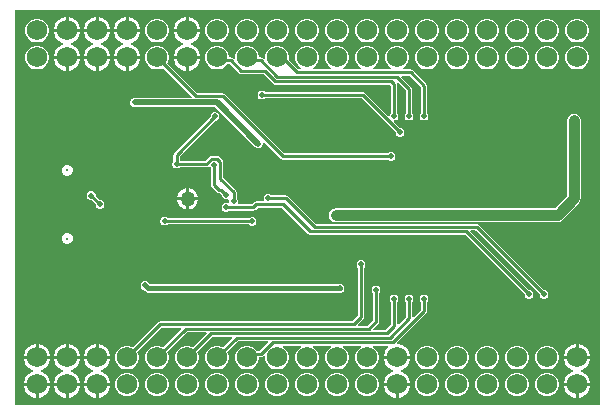
<source format=gbl>
%FSTAX23Y23*%
%MOIN*%
%SFA1B1*%

%IPPOS*%
%ADD13C,0.010000*%
%ADD59C,0.035000*%
%ADD61C,0.017500*%
%ADD63C,0.020000*%
%ADD65C,0.012800*%
%ADD66C,0.068900*%
%ADD67C,0.019680*%
%ADD68C,0.050000*%
%LNesp32-hwe-1*%
%LPD*%
G36*
X01975Y01259D02*
D01*
Y-00059*
X00025*
Y01259*
X01975*
G37*
%LNesp32-hwe-2*%
%LPC*%
G36*
X00605Y01234D02*
X00605D01*
Y01195*
X00644*
Y01195*
X00641Y01207*
X00635Y01217*
X00627Y01225*
X00617Y01231*
X00605Y01234*
G37*
G36*
X00405D02*
X00405D01*
Y01195*
X00444*
Y01195*
X00441Y01207*
X00435Y01217*
X00427Y01225*
X00417Y01231*
X00405Y01234*
G37*
G36*
X00305D02*
X00305D01*
Y01195*
X00344*
Y01195*
X00341Y01207*
X00335Y01217*
X00327Y01225*
X00317Y01231*
X00305Y01234*
G37*
G36*
X00205D02*
X00205D01*
Y01195*
X00244*
Y01195*
X00241Y01207*
X00235Y01217*
X00227Y01225*
X00217Y01231*
X00205Y01234*
G37*
G36*
X00595D02*
X00594D01*
X00582Y01231*
X00572Y01225*
X00564Y01217*
X00558Y01207*
X00555Y01195*
Y01195*
X00595*
Y01234*
G37*
G36*
X00395D02*
X00394D01*
X00382Y01231*
X00372Y01225*
X00364Y01217*
X00358Y01207*
X00355Y01195*
Y01195*
X00395*
Y01234*
G37*
G36*
X00295D02*
X00294D01*
X00282Y01231*
X00272Y01225*
X00264Y01217*
X00258Y01207*
X00255Y01195*
Y01195*
X00295*
Y01234*
G37*
G36*
X00195D02*
X00194D01*
X00182Y01231*
X00172Y01225*
X00164Y01217*
X00158Y01207*
X00155Y01195*
Y01195*
X00195*
Y01234*
G37*
G36*
X01905Y01229D02*
X01894D01*
X01884Y01226*
X01875Y01221*
X01868Y01214*
X01863Y01205*
X0186Y01195*
Y01184*
X01863Y01174*
X01868Y01165*
X01875Y01158*
X01884Y01153*
X01894Y0115*
X01905*
X01915Y01153*
X01924Y01158*
X01931Y01165*
X01936Y01174*
X01939Y01184*
Y01195*
X01936Y01205*
X01931Y01214*
X01924Y01221*
X01915Y01226*
X01905Y01229*
G37*
G36*
X01805D02*
X01794D01*
X01784Y01226*
X01775Y01221*
X01768Y01214*
X01763Y01205*
X0176Y01195*
Y01184*
X01763Y01174*
X01768Y01165*
X01775Y01158*
X01784Y01153*
X01794Y0115*
X01805*
X01815Y01153*
X01824Y01158*
X01831Y01165*
X01836Y01174*
X01839Y01184*
Y01195*
X01836Y01205*
X01831Y01214*
X01824Y01221*
X01815Y01226*
X01805Y01229*
G37*
G36*
X01705D02*
X01694D01*
X01684Y01226*
X01675Y01221*
X01668Y01214*
X01663Y01205*
X0166Y01195*
Y01184*
X01663Y01174*
X01668Y01165*
X01675Y01158*
X01684Y01153*
X01694Y0115*
X01705*
X01715Y01153*
X01724Y01158*
X01731Y01165*
X01736Y01174*
X01739Y01184*
Y01195*
X01736Y01205*
X01731Y01214*
X01724Y01221*
X01715Y01226*
X01705Y01229*
G37*
G36*
X01605D02*
X01594D01*
X01584Y01226*
X01575Y01221*
X01568Y01214*
X01563Y01205*
X0156Y01195*
Y01184*
X01563Y01174*
X01568Y01165*
X01575Y01158*
X01584Y01153*
X01594Y0115*
X01605*
X01615Y01153*
X01624Y01158*
X01631Y01165*
X01636Y01174*
X01639Y01184*
Y01195*
X01636Y01205*
X01631Y01214*
X01624Y01221*
X01615Y01226*
X01605Y01229*
G37*
G36*
X01505D02*
X01494D01*
X01484Y01226*
X01475Y01221*
X01468Y01214*
X01463Y01205*
X0146Y01195*
Y01184*
X01463Y01174*
X01468Y01165*
X01475Y01158*
X01484Y01153*
X01494Y0115*
X01505*
X01515Y01153*
X01524Y01158*
X01531Y01165*
X01536Y01174*
X01539Y01184*
Y01195*
X01536Y01205*
X01531Y01214*
X01524Y01221*
X01515Y01226*
X01505Y01229*
G37*
G36*
X01405D02*
X01394D01*
X01384Y01226*
X01375Y01221*
X01368Y01214*
X01363Y01205*
X0136Y01195*
Y01184*
X01363Y01174*
X01368Y01165*
X01375Y01158*
X01384Y01153*
X01394Y0115*
X01405*
X01415Y01153*
X01424Y01158*
X01431Y01165*
X01436Y01174*
X01439Y01184*
Y01195*
X01436Y01205*
X01431Y01214*
X01424Y01221*
X01415Y01226*
X01405Y01229*
G37*
G36*
X01305D02*
X01294D01*
X01284Y01226*
X01275Y01221*
X01268Y01214*
X01263Y01205*
X0126Y01195*
Y01184*
X01263Y01174*
X01268Y01165*
X01275Y01158*
X01284Y01153*
X01294Y0115*
X01305*
X01315Y01153*
X01324Y01158*
X01331Y01165*
X01336Y01174*
X01339Y01184*
Y01195*
X01336Y01205*
X01331Y01214*
X01324Y01221*
X01315Y01226*
X01305Y01229*
G37*
G36*
X01205D02*
X01194D01*
X01184Y01226*
X01175Y01221*
X01168Y01214*
X01163Y01205*
X0116Y01195*
Y01184*
X01163Y01174*
X01168Y01165*
X01175Y01158*
X01184Y01153*
X01194Y0115*
X01205*
X01215Y01153*
X01224Y01158*
X01231Y01165*
X01236Y01174*
X01239Y01184*
Y01195*
X01236Y01205*
X01231Y01214*
X01224Y01221*
X01215Y01226*
X01205Y01229*
G37*
G36*
X01105D02*
X01094D01*
X01084Y01226*
X01075Y01221*
X01068Y01214*
X01063Y01205*
X0106Y01195*
Y01184*
X01063Y01174*
X01068Y01165*
X01075Y01158*
X01084Y01153*
X01094Y0115*
X01105*
X01115Y01153*
X01124Y01158*
X01131Y01165*
X01136Y01174*
X01139Y01184*
Y01195*
X01136Y01205*
X01131Y01214*
X01124Y01221*
X01115Y01226*
X01105Y01229*
G37*
G36*
X01005D02*
X00994D01*
X00984Y01226*
X00975Y01221*
X00968Y01214*
X00963Y01205*
X0096Y01195*
Y01184*
X00963Y01174*
X00968Y01165*
X00975Y01158*
X00984Y01153*
X00994Y0115*
X01005*
X01015Y01153*
X01024Y01158*
X01031Y01165*
X01036Y01174*
X01039Y01184*
Y01195*
X01036Y01205*
X01031Y01214*
X01024Y01221*
X01015Y01226*
X01005Y01229*
G37*
G36*
X00905D02*
X00894D01*
X00884Y01226*
X00875Y01221*
X00868Y01214*
X00863Y01205*
X0086Y01195*
Y01184*
X00863Y01174*
X00868Y01165*
X00875Y01158*
X00884Y01153*
X00894Y0115*
X00905*
X00915Y01153*
X00924Y01158*
X00931Y01165*
X00936Y01174*
X00939Y01184*
Y01195*
X00936Y01205*
X00931Y01214*
X00924Y01221*
X00915Y01226*
X00905Y01229*
G37*
G36*
X00805D02*
X00794D01*
X00784Y01226*
X00775Y01221*
X00768Y01214*
X00763Y01205*
X0076Y01195*
Y01184*
X00763Y01174*
X00768Y01165*
X00775Y01158*
X00784Y01153*
X00794Y0115*
X00805*
X00815Y01153*
X00824Y01158*
X00831Y01165*
X00836Y01174*
X00839Y01184*
Y01195*
X00836Y01205*
X00831Y01214*
X00824Y01221*
X00815Y01226*
X00805Y01229*
G37*
G36*
X00705D02*
X00694D01*
X00684Y01226*
X00675Y01221*
X00668Y01214*
X00663Y01205*
X0066Y01195*
Y01184*
X00663Y01174*
X00668Y01165*
X00675Y01158*
X00684Y01153*
X00694Y0115*
X00705*
X00715Y01153*
X00724Y01158*
X00731Y01165*
X00736Y01174*
X00739Y01184*
Y01195*
X00736Y01205*
X00731Y01214*
X00724Y01221*
X00715Y01226*
X00705Y01229*
G37*
G36*
X00505D02*
X00494D01*
X00484Y01226*
X00475Y01221*
X00468Y01214*
X00463Y01205*
X0046Y01195*
Y01184*
X00463Y01174*
X00468Y01165*
X00475Y01158*
X00484Y01153*
X00494Y0115*
X00505*
X00515Y01153*
X00524Y01158*
X00531Y01165*
X00536Y01174*
X00539Y01184*
Y01195*
X00536Y01205*
X00531Y01214*
X00524Y01221*
X00515Y01226*
X00505Y01229*
G37*
G36*
X00105D02*
X00094D01*
X00084Y01226*
X00075Y01221*
X00068Y01214*
X00063Y01205*
X0006Y01195*
Y01184*
X00063Y01174*
X00068Y01165*
X00075Y01158*
X00084Y01153*
X00094Y0115*
X00105*
X00115Y01153*
X00124Y01158*
X00131Y01165*
X00136Y01174*
X00139Y01184*
Y01195*
X00136Y01205*
X00131Y01214*
X00124Y01221*
X00115Y01226*
X00105Y01229*
G37*
G36*
X00644Y01185D02*
X006D01*
X00555*
Y01184*
X00558Y01172*
X00564Y01162*
X00572Y01154*
X00582Y01148*
X00586Y01147*
Y01142*
X00582Y01141*
X00572Y01135*
X00564Y01127*
X00558Y01117*
X00555Y01105*
Y01105*
X006*
X00644*
Y01105*
X00641Y01117*
X00635Y01127*
X00627Y01135*
X00617Y01141*
X00613Y01142*
Y01147*
X00617Y01148*
X00627Y01154*
X00635Y01162*
X00641Y01172*
X00644Y01184*
Y01185*
G37*
G36*
X00444D02*
X004D01*
X00355*
Y01184*
X00358Y01172*
X00364Y01162*
X00372Y01154*
X00382Y01148*
X00386Y01147*
Y01142*
X00382Y01141*
X00372Y01135*
X00364Y01127*
X00358Y01117*
X00355Y01105*
Y01105*
X004*
X00444*
Y01105*
X00441Y01117*
X00435Y01127*
X00427Y01135*
X00417Y01141*
X00413Y01142*
Y01147*
X00417Y01148*
X00427Y01154*
X00435Y01162*
X00441Y01172*
X00444Y01184*
Y01185*
G37*
G36*
X00344D02*
X003D01*
X00255*
Y01184*
X00258Y01172*
X00264Y01162*
X00272Y01154*
X00282Y01148*
X00286Y01147*
Y01142*
X00282Y01141*
X00272Y01135*
X00264Y01127*
X00258Y01117*
X00255Y01105*
Y01105*
X003*
X00344*
Y01105*
X00341Y01117*
X00335Y01127*
X00327Y01135*
X00317Y01141*
X00313Y01142*
Y01147*
X00317Y01148*
X00327Y01154*
X00335Y01162*
X00341Y01172*
X00344Y01184*
Y01185*
G37*
G36*
X00244D02*
X002D01*
X00155*
Y01184*
X00158Y01172*
X00164Y01162*
X00172Y01154*
X00182Y01148*
X00186Y01147*
Y01142*
X00182Y01141*
X00172Y01135*
X00164Y01127*
X00158Y01117*
X00155Y01105*
Y01105*
X002*
X00244*
Y01105*
X00241Y01117*
X00235Y01127*
X00227Y01135*
X00217Y01141*
X00213Y01142*
Y01147*
X00217Y01148*
X00227Y01154*
X00235Y01162*
X00241Y01172*
X00244Y01184*
Y01185*
G37*
G36*
X01905Y01139D02*
X01894D01*
X01884Y01136*
X01875Y01131*
X01868Y01124*
X01863Y01115*
X0186Y01105*
Y01094*
X01863Y01084*
X01868Y01075*
X01875Y01068*
X01884Y01063*
X01894Y0106*
X01905*
X01915Y01063*
X01924Y01068*
X01931Y01075*
X01936Y01084*
X01939Y01094*
Y01105*
X01936Y01115*
X01931Y01124*
X01924Y01131*
X01915Y01136*
X01905Y01139*
G37*
G36*
X01805D02*
X01794D01*
X01784Y01136*
X01775Y01131*
X01768Y01124*
X01763Y01115*
X0176Y01105*
Y01094*
X01763Y01084*
X01768Y01075*
X01775Y01068*
X01784Y01063*
X01794Y0106*
X01805*
X01815Y01063*
X01824Y01068*
X01831Y01075*
X01836Y01084*
X01839Y01094*
Y01105*
X01836Y01115*
X01831Y01124*
X01824Y01131*
X01815Y01136*
X01805Y01139*
G37*
G36*
X01705D02*
X01694D01*
X01684Y01136*
X01675Y01131*
X01668Y01124*
X01663Y01115*
X0166Y01105*
Y01094*
X01663Y01084*
X01668Y01075*
X01675Y01068*
X01684Y01063*
X01694Y0106*
X01705*
X01715Y01063*
X01724Y01068*
X01731Y01075*
X01736Y01084*
X01739Y01094*
Y01105*
X01736Y01115*
X01731Y01124*
X01724Y01131*
X01715Y01136*
X01705Y01139*
G37*
G36*
X01605D02*
X01594D01*
X01584Y01136*
X01575Y01131*
X01568Y01124*
X01563Y01115*
X0156Y01105*
Y01094*
X01563Y01084*
X01568Y01075*
X01575Y01068*
X01584Y01063*
X01594Y0106*
X01605*
X01615Y01063*
X01624Y01068*
X01631Y01075*
X01636Y01084*
X01639Y01094*
Y01105*
X01636Y01115*
X01631Y01124*
X01624Y01131*
X01615Y01136*
X01605Y01139*
G37*
G36*
X01505D02*
X01494D01*
X01484Y01136*
X01475Y01131*
X01468Y01124*
X01463Y01115*
X0146Y01105*
Y01094*
X01463Y01084*
X01468Y01075*
X01475Y01068*
X01484Y01063*
X01494Y0106*
X01505*
X01515Y01063*
X01524Y01068*
X01531Y01075*
X01536Y01084*
X01539Y01094*
Y01105*
X01536Y01115*
X01531Y01124*
X01524Y01131*
X01515Y01136*
X01505Y01139*
G37*
G36*
X01405D02*
X01394D01*
X01384Y01136*
X01375Y01131*
X01368Y01124*
X01363Y01115*
X0136Y01105*
Y01094*
X01363Y01084*
X01368Y01075*
X01375Y01068*
X01384Y01063*
X01394Y0106*
X01405*
X01415Y01063*
X01424Y01068*
X01431Y01075*
X01436Y01084*
X01439Y01094*
Y01105*
X01436Y01115*
X01431Y01124*
X01424Y01131*
X01415Y01136*
X01405Y01139*
G37*
G36*
X00105D02*
X00094D01*
X00084Y01136*
X00075Y01131*
X00068Y01124*
X00063Y01115*
X0006Y01105*
Y01094*
X00063Y01084*
X00068Y01075*
X00075Y01068*
X00084Y01063*
X00094Y0106*
X00105*
X00115Y01063*
X00124Y01068*
X00131Y01075*
X00136Y01084*
X00139Y01094*
Y01105*
X00136Y01115*
X00131Y01124*
X00124Y01131*
X00115Y01136*
X00105Y01139*
G37*
G36*
X01305D02*
X01294D01*
X01284Y01136*
X01275Y01131*
X01268Y01124*
X01263Y01115*
X0126Y01105*
Y01094*
X01263Y01084*
X01268Y01075*
X01275Y01068*
X01281Y01065*
X0128Y0106*
X01219*
X01218Y01065*
X01224Y01068*
X01231Y01075*
X01236Y01084*
X01239Y01094*
Y01105*
X01236Y01115*
X01231Y01124*
X01224Y01131*
X01215Y01136*
X01205Y01139*
X01194*
X01184Y01136*
X01175Y01131*
X01168Y01124*
X01163Y01115*
X0116Y01105*
Y01094*
X01163Y01084*
X01168Y01075*
X01175Y01068*
X01181Y01065*
X0118Y0106*
X01119*
X01118Y01065*
X01124Y01068*
X01131Y01075*
X01136Y01084*
X01139Y01094*
Y01105*
X01136Y01115*
X01131Y01124*
X01124Y01131*
X01115Y01136*
X01105Y01139*
X01094*
X01084Y01136*
X01075Y01131*
X01068Y01124*
X01063Y01115*
X0106Y01105*
Y01094*
X01063Y01084*
X01068Y01075*
X01075Y01068*
X01081Y01065*
X0108Y0106*
X01019*
X01018Y01065*
X01024Y01068*
X01031Y01075*
X01036Y01084*
X01039Y01094*
Y01105*
X01036Y01115*
X01031Y01124*
X01024Y01131*
X01015Y01136*
X01005Y01139*
X00994*
X00984Y01136*
X00975Y01131*
X00968Y01124*
X00963Y01115*
X0096Y01105*
Y01094*
X00963Y01084*
X00968Y01075*
X00975Y01068*
X00981Y01065*
X0098Y0106*
X00969*
X00938Y0109*
X00939Y01094*
Y01105*
X00936Y01115*
X00931Y01124*
X00924Y01131*
X00915Y01136*
X00905Y01139*
X00894*
X00884Y01136*
X00875Y01131*
X00868Y01124*
X00863Y01115*
X0086Y01105*
Y01095*
X00856Y01093*
X00852Y01097*
X00848Y01099*
X00845Y011*
X00839*
Y01105*
X00836Y01115*
X00831Y01124*
X00824Y01131*
X00815Y01136*
X00805Y01139*
X00794*
X00784Y01136*
X00775Y01131*
X00768Y01124*
X00763Y01115*
X0076Y01105*
Y01095*
X00756Y01093*
X00752Y01097*
X00748Y01099*
X00745Y011*
X00739*
Y01105*
X00736Y01115*
X00731Y01124*
X00724Y01131*
X00715Y01136*
X00705Y01139*
X00694*
X00684Y01136*
X00675Y01131*
X00668Y01124*
X00663Y01115*
X0066Y01105*
Y01094*
X00663Y01084*
X00668Y01075*
X00675Y01068*
X00684Y01063*
X00694Y0106*
X00705*
X00715Y01063*
X00724Y01068*
X00731Y01075*
X00733Y01079*
X0074*
X00773Y01047*
X00776Y01044*
X0078Y01044*
X00855*
X00886Y01012*
X00889Y0101*
X00893Y01009*
X01275*
X01279Y01005*
Y00915*
X01277Y00913*
X01275Y00907*
Y00906*
X0127Y00904*
X01192Y00982*
X01188Y00984*
X01185Y00985*
X0086*
X00858Y00987*
X00852Y00989*
X00847*
X00841Y00987*
X00837Y00983*
X00835Y00977*
Y00972*
X00837Y00966*
X00841Y00962*
X00847Y0096*
X00852*
X00858Y00962*
X0086Y00964*
X0118*
X01295Y0085*
Y00847*
X01297Y00841*
X01301Y00837*
X01307Y00835*
X01312*
X01318Y00837*
X01322Y00841*
X01324Y00847*
Y00852*
X01322Y00858*
X01318Y00862*
X01312Y00864*
X01309*
X01289Y00885*
X01291Y0089*
X01292*
X01298Y00892*
X01302Y00896*
X01304Y00901*
Y00907*
X01302Y00913*
X013Y00915*
Y0101*
X01299Y01013*
X01299Y01014*
X01302Y01017*
X01329Y0099*
Y00915*
X01327Y00913*
X01325Y00907*
Y00902*
X01327Y00896*
X01331Y00892*
X01337Y0089*
X01342*
X01348Y00892*
X01352Y00896*
X01354Y00902*
Y00907*
X01352Y00913*
X0135Y00915*
Y00995*
X01349Y00998*
X01347Y01002*
X01314Y01035*
X01316Y01039*
X0134*
X01379Y01*
Y00915*
X01377Y00913*
X01375Y00907*
Y00901*
X01377Y00896*
X01381Y00892*
X01387Y0089*
X01392*
X01398Y00892*
X01402Y00896*
X01404Y00901*
Y00907*
X01402Y00913*
X014Y00915*
Y01005*
X01399Y01008*
X01397Y01012*
X01352Y01057*
X01348Y01059*
X01345Y0106*
X01319*
X01318Y01065*
X01324Y01068*
X01331Y01075*
X01336Y01084*
X01339Y01094*
Y01105*
X01336Y01115*
X01331Y01124*
X01324Y01131*
X01315Y01136*
X01305Y01139*
G37*
G36*
X00644Y01095D02*
X00605D01*
Y01055*
X00605*
X00617Y01058*
X00627Y01064*
X00635Y01072*
X00641Y01082*
X00644Y01094*
Y01095*
G37*
G36*
X00595D02*
X00555D01*
Y01094*
X00558Y01082*
X00564Y01072*
X00572Y01064*
X00582Y01058*
X00594Y01055*
X00595*
Y01095*
G37*
G36*
X00444D02*
X00405D01*
Y01055*
X00405*
X00417Y01058*
X00427Y01064*
X00435Y01072*
X00441Y01082*
X00444Y01094*
Y01095*
G37*
G36*
X00395D02*
X00355D01*
Y01094*
X00358Y01082*
X00364Y01072*
X00372Y01064*
X00382Y01058*
X00394Y01055*
X00395*
Y01095*
G37*
G36*
X00344D02*
X00305D01*
Y01055*
X00305*
X00317Y01058*
X00327Y01064*
X00335Y01072*
X00341Y01082*
X00344Y01094*
Y01095*
G37*
G36*
X00295D02*
X00255D01*
Y01094*
X00258Y01082*
X00264Y01072*
X00272Y01064*
X00282Y01058*
X00294Y01055*
X00295*
Y01095*
G37*
G36*
X00244D02*
X00205D01*
Y01055*
X00205*
X00217Y01058*
X00227Y01064*
X00235Y01072*
X00241Y01082*
X00244Y01094*
Y01095*
G37*
G36*
X00195D02*
X00155D01*
Y01094*
X00158Y01082*
X00164Y01072*
X00172Y01064*
X00182Y01058*
X00194Y01055*
X00195*
Y01095*
G37*
G36*
X00505Y01139D02*
X00494D01*
X00484Y01136*
X00475Y01131*
X00468Y01124*
X00463Y01115*
X0046Y01105*
Y01094*
X00463Y01084*
X00468Y01075*
X00475Y01068*
X00484Y01063*
X00494Y0106*
X00505*
X00515Y01063*
X00519Y01065*
X00615Y00969*
X00613Y00965*
X00425*
X00422Y00964*
X00422*
X00421Y00964*
X00419Y00964*
X00417Y00962*
X00416Y00962*
X00416Y00962*
X00414Y0096*
X00412Y00958*
X00412Y00958*
X00412Y00957*
X0041Y00955*
X0041Y00953*
X0041Y00952*
Y00952*
X00409Y0095*
X0041Y00947*
Y00947*
X0041Y00946*
X0041Y00944*
X00412Y00942*
X00412Y00941*
X00412Y00941*
X00414Y00939*
X00416Y00937*
X00416Y00937*
X00417Y00937*
X00419Y00935*
X00421Y00935*
X00422Y00935*
X00422*
X00425Y00934*
X00693*
X00826Y00801*
X00828Y008*
X00828Y008*
X00829Y00799*
X00831Y00798*
X00833Y00798*
X00834Y00797*
X00835*
X00837Y00797*
X00839Y00797*
X0084*
X0084Y00798*
X00843Y00798*
X00845Y00799*
X00845Y008*
X00846Y008*
X00848Y00801*
X00849Y00803*
X00849Y00804*
X0085Y00804*
X00851Y00806*
X00851Y00809*
X00852Y00809*
Y0081*
X00852Y00812*
X00852Y00814*
Y00815*
X00851Y00816*
X00851Y00816*
X00856Y00819*
X00912Y00762*
X00916Y0076*
X0092Y00759*
X01269*
X01271Y00757*
X01277Y00755*
X01282*
X01288Y00757*
X01292Y00761*
X01294Y00767*
Y00772*
X01292Y00778*
X01288Y00782*
X01282Y00784*
X01277*
X01271Y00782*
X01269Y0078*
X00924*
X00727Y00977*
X00723Y00979*
X0072Y0098*
X00634*
X00534Y0108*
X00536Y01084*
X00539Y01094*
Y01105*
X00536Y01115*
X00531Y01124*
X00524Y01131*
X00515Y01136*
X00505Y01139*
G37*
G36*
X00204Y00742D02*
X00197D01*
X0019Y00739*
X00185Y00734*
X00182Y00727*
Y0072*
X00185Y00713*
X0019Y00708*
X00197Y00705*
X00204*
X00211Y00708*
X00216Y00713*
X00219Y0072*
Y00727*
X00216Y00734*
X00211Y00739*
X00204Y00742*
G37*
G36*
X00607Y00664D02*
Y00634D01*
X00637*
X00634Y00642*
X0063Y0065*
X00623Y00657*
X00615Y00661*
X00607Y00664*
G37*
G36*
X00597D02*
X00588Y00661D01*
X0058Y00657*
X00574Y0065*
X00569Y00642*
X00567Y00634*
X00597*
Y00664*
G37*
G36*
X00695Y00918D02*
X0069D01*
X00684Y00916*
X0068Y00912*
X00678Y00906*
Y00903*
X00557Y00783*
X00555Y00779*
X00554Y00776*
Y00755*
X00552Y00753*
X0055Y00747*
Y00742*
X00552Y00736*
X00556Y00732*
X00562Y0073*
X00567*
X00573Y00732*
X00575Y00734*
X00665*
X00669Y00735*
X00671Y00737*
X00674Y00737*
X00677Y00736*
X00678Y00734*
X0068Y00732*
Y00674*
X00681Y0067*
X00683Y00666*
X00698Y00651*
X00701Y00649*
X00705Y00648*
X00708*
X00716Y00641*
Y00639*
X00718Y00634*
X00722Y00629*
X00728Y00627*
X00734*
X00737Y00628*
X00741Y00625*
X0074Y00622*
Y00617*
X00736Y00613*
X00732Y00614*
X00727*
X00721Y00612*
X00717Y00608*
X00715Y00602*
Y00597*
X00717Y00591*
X00721Y00587*
X00727Y00585*
X00732*
X00738Y00587*
X0074Y00589*
X00821*
X00825Y0059*
X00828Y00592*
X00835Y00599*
X00915*
X01002Y00512*
X01006Y0051*
X0101Y00509*
X01525*
X01725Y0031*
Y00307*
X01727Y00301*
X01731Y00297*
X01737Y00295*
X01742*
X01748Y00297*
X01752Y00301*
X01754Y00307*
Y00312*
X01752Y00318*
X01748Y00322*
X01742Y00324*
X01739*
X01544Y0052*
X01546Y00524*
X0156*
X01775Y0031*
Y00307*
X01777Y00301*
X01781Y00297*
X01787Y00295*
X01792*
X01798Y00297*
X01802Y00301*
X01804Y00307*
Y00312*
X01802Y00318*
X01798Y00322*
X01792Y00324*
X01789*
X01572Y00542*
X01568Y00544*
X01565Y00545*
X01029*
X00937Y00637*
X00933Y00639*
X0093Y0064*
X0088*
X00878Y00642*
X00872Y00644*
X00867*
X00861Y00642*
X00857Y00638*
X00855Y00632*
Y00627*
X00855Y00625*
X00852Y0062*
X00831*
X00827Y00619*
X00824Y00617*
X00817Y0061*
X00772*
X00769Y00615*
X00769Y00617*
Y00622*
X00767Y00628*
X00765Y0063*
Y0065*
X00764Y00653*
X00762Y00657*
X00721Y00698*
Y00751*
X0072Y00755*
X00718Y00758*
X00706Y0077*
X00703Y00772*
X00699Y00773*
X00682*
X00678Y00772*
X00675Y0077*
X00663Y00758*
X00663Y00757*
X00661Y00755*
X00575*
X00575Y00755*
Y00771*
X00692Y00889*
X00695*
X00701Y00891*
X00705Y00895*
X00707Y00901*
Y00906*
X00705Y00912*
X00701Y00916*
X00695Y00918*
G37*
G36*
X00283Y00654D02*
X00277D01*
X00271Y00652*
X00267Y00648*
X00265Y00642*
Y00636*
X00267Y00631*
X00271Y00627*
X00277Y00625*
X0028*
X00295Y0061*
Y00607*
X00297Y00601*
X00301Y00597*
X00307Y00595*
X00312*
X00318Y00597*
X00322Y00601*
X00324Y00607*
Y00612*
X00322Y00618*
X00318Y00622*
X00312Y00624*
X00309*
X00295Y00639*
Y00642*
X00292Y00648*
X00288Y00652*
X00283Y00654*
G37*
G36*
X00637Y00624D02*
X00607D01*
Y00594*
X00615Y00596*
X00623Y00601*
X0063Y00607*
X00634Y00615*
X00637Y00624*
G37*
G36*
X00597D02*
X00567D01*
X00569Y00615*
X00574Y00607*
X0058Y00601*
X00588Y00596*
X00597Y00594*
Y00624*
G37*
G36*
X0189Y00912D02*
X01881Y00911D01*
X01873Y00906*
X01868Y00898*
X01867Y0089*
Y00639*
X01825Y00597*
X01095*
X01086Y00596*
X01078Y00591*
X01073Y00583*
X01072Y00575*
X01073Y00566*
X01078Y00558*
X01086Y00553*
X01095Y00552*
X01835*
X01843Y00553*
X01851Y00558*
X01906Y00613*
X01911Y00621*
X01912Y0063*
Y0089*
X01911Y00898*
X01906Y00906*
X01898Y00911*
X0189Y00912*
G37*
G36*
X00528Y00569D02*
X00523D01*
X00517Y00567*
X00513Y00563*
X00511Y00557*
Y00552*
X00513Y00546*
X00517Y00542*
X00523Y0054*
X00528*
X00534Y00542*
X00536Y00544*
X00805*
X00808Y00541*
X00814Y00539*
X00819*
X00825Y00541*
X00829Y00545*
X00831Y00551*
Y00556*
X00829Y00562*
X00825Y00566*
X00819Y00568*
X00814*
X00808Y00566*
X00806Y00564*
X00537*
X00534Y00567*
X00528Y00569*
G37*
G36*
X00204Y00515D02*
X00197D01*
X0019Y00512*
X00185Y00507*
X00182Y005*
Y00492*
X00185Y00485*
X0019Y0048*
X00197Y00477*
X00204*
X00211Y0048*
X00216Y00485*
X00219Y00492*
Y005*
X00216Y00507*
X00211Y00512*
X00204Y00515*
G37*
G36*
X00462Y00354D02*
X00457D01*
X00451Y00352*
X00447Y00348*
X00445Y00342*
Y00337*
X00447Y00331*
X00451Y00327*
X00454Y00326*
X0046Y0032*
X00465Y00317*
X0047Y00315*
X01105*
X01107Y00315*
X01112*
X01118Y00317*
X01122Y00321*
X01124Y00327*
Y00332*
X01122Y00338*
X01118Y00342*
X01112Y00344*
X01107*
X01105Y00344*
X00476*
X00472Y00347*
X00472Y00348*
X00468Y00352*
X00462Y00354*
G37*
G36*
X01905Y00144D02*
X01905D01*
Y00105*
X01944*
Y00105*
X01941Y00117*
X01935Y00127*
X01927Y00135*
X01917Y00141*
X01905Y00144*
G37*
G36*
X00305D02*
X00305D01*
Y00105*
X00344*
Y00105*
X00341Y00117*
X00335Y00127*
X00327Y00135*
X00317Y00141*
X00305Y00144*
G37*
G36*
X00205D02*
X00205D01*
Y00105*
X00244*
Y00105*
X00241Y00117*
X00235Y00127*
X00227Y00135*
X00217Y00141*
X00205Y00144*
G37*
G36*
X00105D02*
X00105D01*
Y00105*
X00144*
Y00105*
X00141Y00117*
X00135Y00127*
X00127Y00135*
X00117Y00141*
X00105Y00144*
G37*
G36*
X01895D02*
X01894D01*
X01882Y00141*
X01872Y00135*
X01864Y00127*
X01858Y00117*
X01855Y00105*
Y00105*
X01895*
Y00144*
G37*
G36*
X01182Y00424D02*
X01177D01*
X01171Y00422*
X01167Y00418*
X01165Y00412*
Y00407*
X01167Y00401*
X01169Y00399*
Y00239*
X0115Y0022*
X0051*
X00506Y00219*
X00502Y00217*
X00419Y00134*
X00415Y00136*
X00405Y00139*
X00394*
X00384Y00136*
X00375Y00131*
X00368Y00124*
X00363Y00115*
X0036Y00105*
Y00094*
X00363Y00084*
X00368Y00075*
X00375Y00068*
X00384Y00063*
X00394Y0006*
X00405*
X00415Y00063*
X00424Y00068*
X00431Y00075*
X00436Y00084*
X00439Y00094*
Y00105*
X00436Y00115*
X00434Y00119*
X00514Y00199*
X00578*
X0058Y00195*
X00519Y00134*
X00515Y00136*
X00505Y00139*
X00494*
X00484Y00136*
X00475Y00131*
X00468Y00124*
X00463Y00115*
X0046Y00105*
Y00094*
X00463Y00084*
X00468Y00075*
X00475Y00068*
X00484Y00063*
X00494Y0006*
X00505*
X00515Y00063*
X00524Y00068*
X00531Y00075*
X00536Y00084*
X00539Y00094*
Y00105*
X00536Y00115*
X00534Y00119*
X00599Y00184*
X00663*
X00665Y0018*
X00619Y00134*
X00615Y00136*
X00605Y00139*
X00594*
X00584Y00136*
X00575Y00131*
X00568Y00124*
X00563Y00115*
X0056Y00105*
Y00094*
X00563Y00084*
X00568Y00075*
X00575Y00068*
X00584Y00063*
X00594Y0006*
X00605*
X00615Y00063*
X00624Y00068*
X00631Y00075*
X00636Y00084*
X00639Y00094*
Y00105*
X00636Y00115*
X00634Y00119*
X00684Y00169*
X00748*
X0075Y00165*
X00719Y00134*
X00715Y00136*
X00705Y00139*
X00694*
X00684Y00136*
X00675Y00131*
X00668Y00124*
X00663Y00115*
X0066Y00105*
Y00094*
X00663Y00084*
X00668Y00075*
X00675Y00068*
X00684Y00063*
X00694Y0006*
X00705*
X00715Y00063*
X00724Y00068*
X00731Y00075*
X00736Y00084*
X00739Y00094*
Y00105*
X00736Y00115*
X00734Y00119*
X00769Y00154*
X00868*
X0087Y0015*
X00842Y00121*
X00833*
X00831Y00124*
X00824Y00131*
X00815Y00136*
X00805Y00139*
X00794*
X00784Y00136*
X00775Y00131*
X00768Y00124*
X00763Y00115*
X0076Y00105*
Y00094*
X00763Y00084*
X00768Y00075*
X00775Y00068*
X00784Y00063*
X00794Y0006*
X00805*
X00815Y00063*
X00824Y00068*
X00831Y00075*
X00836Y00084*
X00839Y00094*
Y00101*
X00846*
X0085Y00101*
X00853Y00104*
X00856Y00106*
X0086Y00104*
Y00094*
X00863Y00084*
X00868Y00075*
X00875Y00068*
X00884Y00063*
X00894Y0006*
X00905*
X00915Y00063*
X00924Y00068*
X00931Y00075*
X00936Y00084*
X00939Y00094*
Y00105*
X00936Y00115*
X00931Y00124*
X00924Y00131*
X00918Y00134*
X00919Y00139*
X0098*
X00981Y00134*
X00975Y00131*
X00968Y00124*
X00963Y00115*
X0096Y00105*
Y00094*
X00963Y00084*
X00968Y00075*
X00975Y00068*
X00984Y00063*
X00994Y0006*
X01005*
X01015Y00063*
X01024Y00068*
X01031Y00075*
X01036Y00084*
X01039Y00094*
Y00105*
X01036Y00115*
X01031Y00124*
X01024Y00131*
X01018Y00134*
X01019Y00139*
X0108*
X01081Y00134*
X01075Y00131*
X01068Y00124*
X01063Y00115*
X0106Y00105*
Y00094*
X01063Y00084*
X01068Y00075*
X01075Y00068*
X01084Y00063*
X01094Y0006*
X01105*
X01115Y00063*
X01124Y00068*
X01131Y00075*
X01136Y00084*
X01139Y00094*
Y00105*
X01136Y00115*
X01131Y00124*
X01124Y00131*
X01118Y00134*
X01119Y00139*
X0118*
X01181Y00134*
X01175Y00131*
X01168Y00124*
X01163Y00115*
X0116Y00105*
Y00094*
X01163Y00084*
X01168Y00075*
X01175Y00068*
X01184Y00063*
X01194Y0006*
X01205*
X01215Y00063*
X01224Y00068*
X01231Y00075*
X01236Y00084*
X01239Y00094*
Y00105*
X01236Y00115*
X01231Y00124*
X01224Y00131*
X01218Y00134*
X01219Y00139*
X0127*
X01271Y00134*
X01264Y00127*
X01258Y00117*
X01255Y00105*
Y00105*
X013*
X01344*
Y00105*
X01341Y00117*
X01335Y00127*
X01327Y00135*
X01317Y00141*
X01305Y00144*
X013*
X01298Y00149*
X01397Y00247*
X01399Y00251*
X014Y00255*
Y00284*
X01402Y00286*
X01404Y00292*
Y00297*
X01402Y00303*
X01398Y00307*
X01392Y00309*
X01387*
X01381Y00307*
X01377Y00303*
X01375Y00297*
Y00292*
X01377Y00286*
X01379Y00284*
Y00259*
X01355Y00234*
X0135Y00236*
Y00284*
X01352Y00286*
X01354Y00292*
Y00297*
X01352Y00303*
X01348Y00307*
X01342Y00309*
X01337*
X01331Y00307*
X01327Y00303*
X01325Y00297*
Y00292*
X01327Y00286*
X01329Y00284*
Y00234*
X01305Y00209*
X013Y00211*
Y00284*
X01302Y00286*
X01304Y00292*
Y00297*
X01302Y00303*
X01298Y00307*
X01292Y00309*
X01287*
X01281Y00307*
X01277Y00303*
X01275Y00297*
Y00292*
X01277Y00286*
X01279Y00284*
Y00209*
X0126Y0019*
X01221*
X01219Y00194*
X01237Y00212*
X01239Y00216*
X0124Y0022*
Y00314*
X01242Y00316*
X01244Y00322*
Y00327*
X01242Y00333*
X01238Y00337*
X01232Y00339*
X01227*
X01221Y00337*
X01217Y00333*
X01215Y00327*
Y00322*
X01217Y00316*
X01219Y00314*
Y00224*
X012Y00205*
X01171*
X01169Y00209*
X01187Y00227*
X01189Y00231*
X0119Y00235*
Y00399*
X01192Y00401*
X01194Y00407*
Y00412*
X01192Y00418*
X01188Y00422*
X01182Y00424*
G37*
G36*
X00295Y00144D02*
X00294D01*
X00282Y00141*
X00272Y00135*
X00264Y00127*
X00258Y00117*
X00255Y00105*
Y00105*
X00295*
Y00144*
G37*
G36*
X00195D02*
X00194D01*
X00182Y00141*
X00172Y00135*
X00164Y00127*
X00158Y00117*
X00155Y00105*
Y00105*
X00195*
Y00144*
G37*
G36*
X00095D02*
X00094D01*
X00082Y00141*
X00072Y00135*
X00064Y00127*
X00058Y00117*
X00055Y00105*
Y00105*
X00095*
Y00144*
G37*
G36*
X01805Y00139D02*
X01794D01*
X01784Y00136*
X01775Y00131*
X01768Y00124*
X01763Y00115*
X0176Y00105*
Y00094*
X01763Y00084*
X01768Y00075*
X01775Y00068*
X01784Y00063*
X01794Y0006*
X01805*
X01815Y00063*
X01824Y00068*
X01831Y00075*
X01836Y00084*
X01839Y00094*
Y00105*
X01836Y00115*
X01831Y00124*
X01824Y00131*
X01815Y00136*
X01805Y00139*
G37*
G36*
X01705D02*
X01694D01*
X01684Y00136*
X01675Y00131*
X01668Y00124*
X01663Y00115*
X0166Y00105*
Y00094*
X01663Y00084*
X01668Y00075*
X01675Y00068*
X01684Y00063*
X01694Y0006*
X01705*
X01715Y00063*
X01724Y00068*
X01731Y00075*
X01736Y00084*
X01739Y00094*
Y00105*
X01736Y00115*
X01731Y00124*
X01724Y00131*
X01715Y00136*
X01705Y00139*
G37*
G36*
X01605D02*
X01594D01*
X01584Y00136*
X01575Y00131*
X01568Y00124*
X01563Y00115*
X0156Y00105*
Y00094*
X01563Y00084*
X01568Y00075*
X01575Y00068*
X01584Y00063*
X01594Y0006*
X01605*
X01615Y00063*
X01624Y00068*
X01631Y00075*
X01636Y00084*
X01639Y00094*
Y00105*
X01636Y00115*
X01631Y00124*
X01624Y00131*
X01615Y00136*
X01605Y00139*
G37*
G36*
X01505D02*
X01494D01*
X01484Y00136*
X01475Y00131*
X01468Y00124*
X01463Y00115*
X0146Y00105*
Y00094*
X01463Y00084*
X01468Y00075*
X01475Y00068*
X01484Y00063*
X01494Y0006*
X01505*
X01515Y00063*
X01524Y00068*
X01531Y00075*
X01536Y00084*
X01539Y00094*
Y00105*
X01536Y00115*
X01531Y00124*
X01524Y00131*
X01515Y00136*
X01505Y00139*
G37*
G36*
X01405D02*
X01394D01*
X01384Y00136*
X01375Y00131*
X01368Y00124*
X01363Y00115*
X0136Y00105*
Y00094*
X01363Y00084*
X01368Y00075*
X01375Y00068*
X01384Y00063*
X01394Y0006*
X01405*
X01415Y00063*
X01424Y00068*
X01431Y00075*
X01436Y00084*
X01439Y00094*
Y00105*
X01436Y00115*
X01431Y00124*
X01424Y00131*
X01415Y00136*
X01405Y00139*
G37*
G36*
X00344Y00095D02*
X003D01*
X00255*
Y00094*
X00258Y00082*
X00264Y00072*
X00272Y00064*
X00282Y00058*
X00286Y00057*
Y00052*
X00282Y00051*
X00272Y00045*
X00264Y00037*
X00258Y00027*
X00255Y00015*
Y00015*
X003*
X00344*
Y00015*
X00341Y00027*
X00335Y00037*
X00327Y00045*
X00317Y00051*
X00313Y00052*
Y00057*
X00317Y00058*
X00327Y00064*
X00335Y00072*
X00341Y00082*
X00344Y00094*
Y00095*
G37*
G36*
X00244D02*
X002D01*
X00155*
Y00094*
X00158Y00082*
X00164Y00072*
X00172Y00064*
X00182Y00058*
X00186Y00057*
Y00052*
X00182Y00051*
X00172Y00045*
X00164Y00037*
X00158Y00027*
X00155Y00015*
Y00015*
X002*
X00244*
Y00015*
X00241Y00027*
X00235Y00037*
X00227Y00045*
X00217Y00051*
X00213Y00052*
Y00057*
X00217Y00058*
X00227Y00064*
X00235Y00072*
X00241Y00082*
X00244Y00094*
Y00095*
G37*
G36*
X00144D02*
X001D01*
X00055*
Y00094*
X00058Y00082*
X00064Y00072*
X00072Y00064*
X00082Y00058*
X00086Y00057*
Y00052*
X00082Y00051*
X00072Y00045*
X00064Y00037*
X00058Y00027*
X00055Y00015*
Y00015*
X001*
X00144*
Y00015*
X00141Y00027*
X00135Y00037*
X00127Y00045*
X00117Y00051*
X00113Y00052*
Y00057*
X00117Y00058*
X00127Y00064*
X00135Y00072*
X00141Y00082*
X00144Y00094*
Y00095*
G37*
G36*
X01344D02*
X013D01*
X01255*
Y00094*
X01258Y00082*
X01264Y00072*
X01272Y00064*
X01282Y00058*
X01286Y00057*
Y00052*
X01282Y00051*
X01272Y00045*
X01264Y00037*
X01258Y00027*
X01255Y00015*
Y00015*
X013*
X01344*
Y00015*
X01341Y00027*
X01335Y00037*
X01327Y00045*
X01317Y00051*
X01313Y00052*
Y00057*
X01317Y00058*
X01327Y00064*
X01335Y00072*
X01341Y00082*
X01344Y00094*
Y00095*
G37*
G36*
X01944D02*
X019D01*
X01855*
Y00094*
X01858Y00082*
X01864Y00072*
X01872Y00064*
X01882Y00058*
X01886Y00057*
Y00052*
X01882Y00051*
X01872Y00045*
X01864Y00037*
X01858Y00027*
X01855Y00015*
Y00015*
X019*
X01944*
Y00015*
X01941Y00027*
X01935Y00037*
X01927Y00045*
X01917Y00051*
X01913Y00052*
Y00057*
X01917Y00058*
X01927Y00064*
X01935Y00072*
X01941Y00082*
X01944Y00094*
Y00095*
G37*
G36*
X01805Y00049D02*
X01794D01*
X01784Y00046*
X01775Y00041*
X01768Y00034*
X01763Y00025*
X0176Y00015*
Y00004*
X01763Y-00005*
X01768Y-00014*
X01775Y-00021*
X01784Y-00026*
X01794Y-00029*
X01805*
X01815Y-00026*
X01824Y-00021*
X01831Y-00014*
X01836Y-00005*
X01839Y00004*
Y00015*
X01836Y00025*
X01831Y00034*
X01824Y00041*
X01815Y00046*
X01805Y00049*
G37*
G36*
X01705D02*
X01694D01*
X01684Y00046*
X01675Y00041*
X01668Y00034*
X01663Y00025*
X0166Y00015*
Y00004*
X01663Y-00005*
X01668Y-00014*
X01675Y-00021*
X01684Y-00026*
X01694Y-00029*
X01705*
X01715Y-00026*
X01724Y-00021*
X01731Y-00014*
X01736Y-00005*
X01739Y00004*
Y00015*
X01736Y00025*
X01731Y00034*
X01724Y00041*
X01715Y00046*
X01705Y00049*
G37*
G36*
X01605D02*
X01594D01*
X01584Y00046*
X01575Y00041*
X01568Y00034*
X01563Y00025*
X0156Y00015*
Y00004*
X01563Y-00005*
X01568Y-00014*
X01575Y-00021*
X01584Y-00026*
X01594Y-00029*
X01605*
X01615Y-00026*
X01624Y-00021*
X01631Y-00014*
X01636Y-00005*
X01639Y00004*
Y00015*
X01636Y00025*
X01631Y00034*
X01624Y00041*
X01615Y00046*
X01605Y00049*
G37*
G36*
X01505D02*
X01494D01*
X01484Y00046*
X01475Y00041*
X01468Y00034*
X01463Y00025*
X0146Y00015*
Y00004*
X01463Y-00005*
X01468Y-00014*
X01475Y-00021*
X01484Y-00026*
X01494Y-00029*
X01505*
X01515Y-00026*
X01524Y-00021*
X01531Y-00014*
X01536Y-00005*
X01539Y00004*
Y00015*
X01536Y00025*
X01531Y00034*
X01524Y00041*
X01515Y00046*
X01505Y00049*
G37*
G36*
X01405D02*
X01394D01*
X01384Y00046*
X01375Y00041*
X01368Y00034*
X01363Y00025*
X0136Y00015*
Y00004*
X01363Y-00005*
X01368Y-00014*
X01375Y-00021*
X01384Y-00026*
X01394Y-00029*
X01405*
X01415Y-00026*
X01424Y-00021*
X01431Y-00014*
X01436Y-00005*
X01439Y00004*
Y00015*
X01436Y00025*
X01431Y00034*
X01424Y00041*
X01415Y00046*
X01405Y00049*
G37*
G36*
X01205D02*
X01194D01*
X01184Y00046*
X01175Y00041*
X01168Y00034*
X01163Y00025*
X0116Y00015*
Y00004*
X01163Y-00005*
X01168Y-00014*
X01175Y-00021*
X01184Y-00026*
X01194Y-00029*
X01205*
X01215Y-00026*
X01224Y-00021*
X01231Y-00014*
X01236Y-00005*
X01239Y00004*
Y00015*
X01236Y00025*
X01231Y00034*
X01224Y00041*
X01215Y00046*
X01205Y00049*
G37*
G36*
X01105D02*
X01094D01*
X01084Y00046*
X01075Y00041*
X01068Y00034*
X01063Y00025*
X0106Y00015*
Y00004*
X01063Y-00005*
X01068Y-00014*
X01075Y-00021*
X01084Y-00026*
X01094Y-00029*
X01105*
X01115Y-00026*
X01124Y-00021*
X01131Y-00014*
X01136Y-00005*
X01139Y00004*
Y00015*
X01136Y00025*
X01131Y00034*
X01124Y00041*
X01115Y00046*
X01105Y00049*
G37*
G36*
X01005D02*
X00994D01*
X00984Y00046*
X00975Y00041*
X00968Y00034*
X00963Y00025*
X0096Y00015*
Y00004*
X00963Y-00005*
X00968Y-00014*
X00975Y-00021*
X00984Y-00026*
X00994Y-00029*
X01005*
X01015Y-00026*
X01024Y-00021*
X01031Y-00014*
X01036Y-00005*
X01039Y00004*
Y00015*
X01036Y00025*
X01031Y00034*
X01024Y00041*
X01015Y00046*
X01005Y00049*
G37*
G36*
X00905D02*
X00894D01*
X00884Y00046*
X00875Y00041*
X00868Y00034*
X00863Y00025*
X0086Y00015*
Y00004*
X00863Y-00005*
X00868Y-00014*
X00875Y-00021*
X00884Y-00026*
X00894Y-00029*
X00905*
X00915Y-00026*
X00924Y-00021*
X00931Y-00014*
X00936Y-00005*
X00939Y00004*
Y00015*
X00936Y00025*
X00931Y00034*
X00924Y00041*
X00915Y00046*
X00905Y00049*
G37*
G36*
X00805D02*
X00794D01*
X00784Y00046*
X00775Y00041*
X00768Y00034*
X00763Y00025*
X0076Y00015*
Y00004*
X00763Y-00005*
X00768Y-00014*
X00775Y-00021*
X00784Y-00026*
X00794Y-00029*
X00805*
X00815Y-00026*
X00824Y-00021*
X00831Y-00014*
X00836Y-00005*
X00839Y00004*
Y00015*
X00836Y00025*
X00831Y00034*
X00824Y00041*
X00815Y00046*
X00805Y00049*
G37*
G36*
X00705D02*
X00694D01*
X00684Y00046*
X00675Y00041*
X00668Y00034*
X00663Y00025*
X0066Y00015*
Y00004*
X00663Y-00005*
X00668Y-00014*
X00675Y-00021*
X00684Y-00026*
X00694Y-00029*
X00705*
X00715Y-00026*
X00724Y-00021*
X00731Y-00014*
X00736Y-00005*
X00739Y00004*
Y00015*
X00736Y00025*
X00731Y00034*
X00724Y00041*
X00715Y00046*
X00705Y00049*
G37*
G36*
X00605D02*
X00594D01*
X00584Y00046*
X00575Y00041*
X00568Y00034*
X00563Y00025*
X0056Y00015*
Y00004*
X00563Y-00005*
X00568Y-00014*
X00575Y-00021*
X00584Y-00026*
X00594Y-00029*
X00605*
X00615Y-00026*
X00624Y-00021*
X00631Y-00014*
X00636Y-00005*
X00639Y00004*
Y00015*
X00636Y00025*
X00631Y00034*
X00624Y00041*
X00615Y00046*
X00605Y00049*
G37*
G36*
X00505D02*
X00494D01*
X00484Y00046*
X00475Y00041*
X00468Y00034*
X00463Y00025*
X0046Y00015*
Y00004*
X00463Y-00005*
X00468Y-00014*
X00475Y-00021*
X00484Y-00026*
X00494Y-00029*
X00505*
X00515Y-00026*
X00524Y-00021*
X00531Y-00014*
X00536Y-00005*
X00539Y00004*
Y00015*
X00536Y00025*
X00531Y00034*
X00524Y00041*
X00515Y00046*
X00505Y00049*
G37*
G36*
X00405D02*
X00394D01*
X00384Y00046*
X00375Y00041*
X00368Y00034*
X00363Y00025*
X0036Y00015*
Y00004*
X00363Y-00005*
X00368Y-00014*
X00375Y-00021*
X00384Y-00026*
X00394Y-00029*
X00405*
X00415Y-00026*
X00424Y-00021*
X00431Y-00014*
X00436Y-00005*
X00439Y00004*
Y00015*
X00436Y00025*
X00431Y00034*
X00424Y00041*
X00415Y00046*
X00405Y00049*
G37*
G36*
X01944Y00005D02*
X01905D01*
Y-00034*
X01905*
X01917Y-00031*
X01927Y-00025*
X01935Y-00017*
X01941Y-00007*
X01944Y00004*
Y00005*
G37*
G36*
X01895D02*
X01855D01*
Y00004*
X01858Y-00007*
X01864Y-00017*
X01872Y-00025*
X01882Y-00031*
X01894Y-00034*
X01895*
Y00005*
G37*
G36*
X01344D02*
X01305D01*
Y-00034*
X01305*
X01317Y-00031*
X01327Y-00025*
X01335Y-00017*
X01341Y-00007*
X01344Y00004*
Y00005*
G37*
G36*
X01295D02*
X01255D01*
Y00004*
X01258Y-00007*
X01264Y-00017*
X01272Y-00025*
X01282Y-00031*
X01294Y-00034*
X01295*
Y00005*
G37*
G36*
X00344D02*
X00305D01*
Y-00034*
X00305*
X00317Y-00031*
X00327Y-00025*
X00335Y-00017*
X00341Y-00007*
X00344Y00004*
Y00005*
G37*
G36*
X00295D02*
X00255D01*
Y00004*
X00258Y-00007*
X00264Y-00017*
X00272Y-00025*
X00282Y-00031*
X00294Y-00034*
X00295*
Y00005*
G37*
G36*
X00244D02*
X00205D01*
Y-00034*
X00205*
X00217Y-00031*
X00227Y-00025*
X00235Y-00017*
X00241Y-00007*
X00244Y00004*
Y00005*
G37*
G36*
X00195D02*
X00155D01*
Y00004*
X00158Y-00007*
X00164Y-00017*
X00172Y-00025*
X00182Y-00031*
X00194Y-00034*
X00195*
Y00005*
G37*
G36*
X00144D02*
X00105D01*
Y-00034*
X00105*
X00117Y-00031*
X00127Y-00025*
X00135Y-00017*
X00141Y-00007*
X00144Y00004*
Y00005*
G37*
G36*
X00095D02*
X00055D01*
Y00004*
X00058Y-00007*
X00064Y-00017*
X00072Y-00025*
X00082Y-00031*
X00094Y-00034*
X00095*
Y00005*
G37*
%LNesp32-hwe-3*%
%LPD*%
G54D13*
X00705Y00659D02*
X00712D01*
X00729Y00642D02*
X00731D01*
X00712Y00659D02*
X00729Y00642D01*
X00691Y00674D02*
X00705Y00659D01*
X0071Y00694D02*
X00755Y0065D01*
Y0062D02*
Y0065D01*
X00821Y006D02*
X00831Y0061D01*
X0073Y006D02*
X00821D01*
X00831Y0061D02*
X0092D01*
X00665Y00745D02*
X00671Y0075D01*
X0071Y00694D02*
Y00751D01*
X00699Y00762D02*
X0071Y00751D01*
X00671D02*
X00682Y00762D01*
X00671Y0075D02*
Y00751D01*
X00565Y00745D02*
X0066D01*
X00665D01*
X00682Y00762D02*
X00699D01*
X00565Y00745D02*
Y00776D01*
X01185Y00975D02*
X0131Y0085D01*
X0085Y00975D02*
X01185D01*
X0092Y0077D02*
X0128D01*
X0072Y0097D02*
X0092Y0077D01*
X005Y011D02*
X0063Y0097D01*
X0072*
X0087Y0063D02*
X0093D01*
X01025Y00535D02*
X01565D01*
X0093Y0063D02*
X01025Y00535D01*
X01565D02*
X0179Y0031D01*
X0092Y0061D02*
X0101Y0052D01*
X0153D02*
X0174Y0031D01*
X0101Y0052D02*
X0153D01*
X00691Y00674D02*
Y00743D01*
X00565Y00776D02*
X00693Y00904D01*
X00816Y00554D02*
X00817Y00554D01*
X00526Y00555D02*
X00526Y00554D01*
X00816*
X0081Y0109D02*
X00845D01*
X009Y01035D02*
X013D01*
X00845Y0109D02*
X009Y01035D01*
X0071Y0109D02*
X00745D01*
X007Y011D02*
X0071Y0109D01*
X00745D02*
X0078Y01054D01*
X00859*
X00893Y0102*
X0128*
X0129Y00904D02*
Y0101D01*
X0128Y0102D02*
X0129Y0101D01*
X008Y011D02*
X0081Y0109D01*
X013Y01035D02*
X0134Y00995D01*
Y00905D02*
Y00995D01*
X00915Y011D02*
X00965Y0105D01*
X009Y011D02*
X00915D01*
X00965Y0105D02*
X01345D01*
X0139Y01005*
Y00904D02*
Y01005D01*
X0051Y0021D02*
X01155D01*
X004Y001D02*
X0051Y0021D01*
X0118Y00235D02*
Y0041D01*
X01155Y0021D02*
X0118Y00235D01*
X005Y001D02*
X00595Y00195D01*
X01205*
X0123Y0022D02*
Y00325D01*
X01205Y00195D02*
X0123Y0022D01*
X01285Y0015D02*
X0139Y00255D01*
Y00295*
X00885Y0015D02*
X01285D01*
X01275Y00165D02*
X0134Y0023D01*
X00765Y00165D02*
X01275D01*
X0134Y0023D02*
Y00295D01*
X0068Y0018D02*
X01265D01*
X0129Y00205D02*
Y00295D01*
X01265Y0018D02*
X0129Y00205D01*
X006Y001D02*
X0068Y0018D01*
X007Y001D02*
X00765Y00165D01*
X00811Y00111D02*
X00846D01*
X008Y001D02*
X00811Y00111D01*
X00846D02*
X00885Y0015D01*
X0028Y00639D02*
Y00639D01*
X0031Y0061D02*
Y0061D01*
X0028Y00639D02*
X0031Y0061D01*
G54D59*
X0189Y0063D02*
Y0089D01*
X01835Y00575D02*
X0189Y0063D01*
X01095Y00575D02*
X01835D01*
G54D61*
X0046Y0034D02*
X0047Y0033D01*
X0046Y0034D02*
X0046D01*
X0047Y0033D02*
X0111D01*
G54D63*
X007Y0095D02*
X00837Y00812D01*
X00425Y0095D02*
X007D01*
G54D65*
X002Y00496D03*
Y00724D03*
G54D66*
X001Y001D03*
X002D03*
X003D03*
X004D03*
X005D03*
X006D03*
X007D03*
X008D03*
X009D03*
X01D03*
X011D03*
X012D03*
X013D03*
X014D03*
X015D03*
X016D03*
X017D03*
X018D03*
X019D03*
X001Y0001D03*
X002D03*
X003D03*
X004D03*
X005D03*
X006D03*
X007D03*
X008D03*
X009D03*
X01D03*
X011D03*
X012D03*
X013D03*
X014D03*
X015D03*
X016D03*
X017D03*
X018D03*
X019D03*
X001Y0119D03*
X002D03*
X003D03*
X004D03*
X005D03*
X006D03*
X007D03*
X008D03*
X009D03*
X01D03*
X011D03*
X012D03*
X013D03*
X014D03*
X015D03*
X016D03*
X017D03*
X018D03*
X019D03*
X001Y011D03*
X002D03*
X003D03*
X004D03*
X005D03*
X006D03*
X007D03*
X008D03*
X009D03*
X01D03*
X011D03*
X012D03*
X013D03*
X014D03*
X015D03*
X016D03*
X017D03*
X018D03*
X019D03*
G54D67*
X00731Y00642D03*
X00755Y0062D03*
X0073Y006D03*
X0129Y00295D03*
X0131Y0085D03*
X0046Y0034D03*
X0111Y0033D03*
X0128Y0077D03*
X0087Y0063D03*
X0174Y0031D03*
X0179D03*
X00691Y00743D03*
X00693Y00904D03*
X00817Y00554D03*
X00526Y00555D03*
X0129Y00904D03*
X0134Y00905D03*
X0139Y00904D03*
X0118Y0041D03*
X0123Y00325D03*
X00837Y00812D03*
X0189Y0089D03*
X01095Y00575D03*
X00565Y00745D03*
X0085Y00975D03*
X00425Y0095D03*
X0031Y0061D03*
X0028Y00639D03*
X0134Y00295D03*
X0139D03*
G54D68*
X00602Y00629D03*
M02*
</source>
